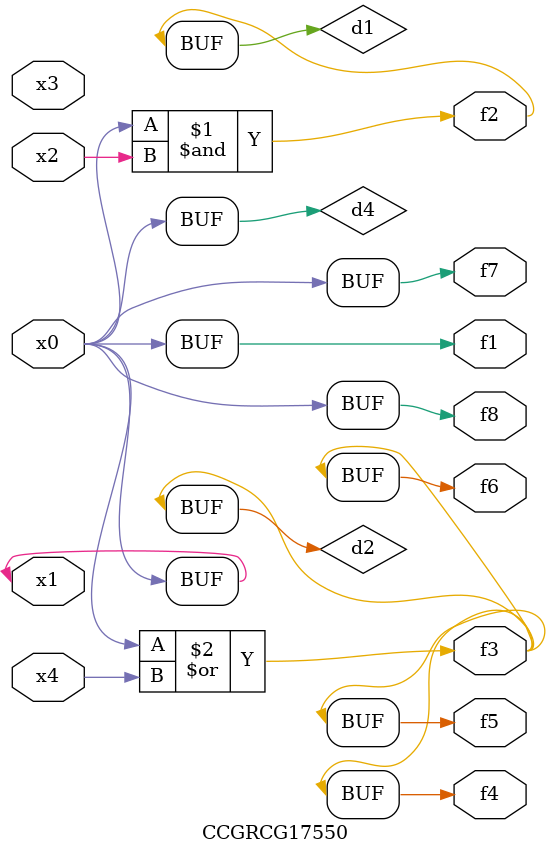
<source format=v>
module CCGRCG17550(
	input x0, x1, x2, x3, x4,
	output f1, f2, f3, f4, f5, f6, f7, f8
);

	wire d1, d2, d3, d4;

	and (d1, x0, x2);
	or (d2, x0, x4);
	nand (d3, x0, x2);
	buf (d4, x0, x1);
	assign f1 = d4;
	assign f2 = d1;
	assign f3 = d2;
	assign f4 = d2;
	assign f5 = d2;
	assign f6 = d2;
	assign f7 = d4;
	assign f8 = d4;
endmodule

</source>
